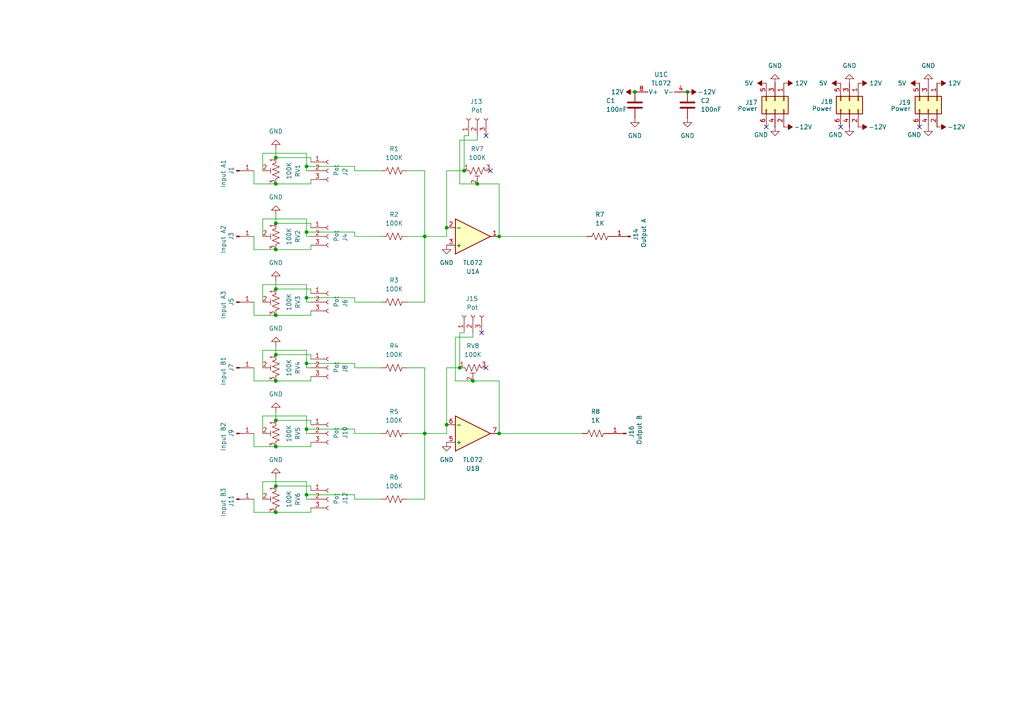
<source format=kicad_sch>
(kicad_sch (version 20250114) (generator "eeschema") (generator_version "9.0")
  (paper "A4")
  (lib_symbols
    (symbol "Amplifier_Operational:TL072" (pin_names (offset 0.127))
      (property "Reference" "U" (at 0 5.08 0))
      (property "Value" "TL072" (at 0 -5.08 0))
      (symbol "TL072_1_1"
        (polyline (pts (xy -5.08 5.08) (xy 5.08 0) (xy -5.08 -5.08) (xy -5.08 5.08)) (stroke (width 0.254)) (fill (type background)))
        (pin input line (at -7.62 2.54 0) (length 2.54) (name "+") (number "3"))
        (pin input line (at -7.62 -2.54 0) (length 2.54) (name "-") (number "2"))
        (pin output line (at 7.62 0 180) (length 2.54) (name "~") (number "1"))
      )
      (symbol "TL072_2_1"
        (polyline (pts (xy -5.08 5.08) (xy 5.08 0) (xy -5.08 -5.08) (xy -5.08 5.08)) (stroke (width 0.254)) (fill (type background)))
        (pin input line (at -7.62 2.54 0) (length 2.54) (name "+") (number "5"))
        (pin input line (at -7.62 -2.54 0) (length 2.54) (name "-") (number "6"))
        (pin output line (at 7.62 0 180) (length 2.54) (name "~") (number "7"))
      )
      (symbol "TL072_3_1"
        (pin power_in line (at -2.54 7.62 270) (length 3.81) (name "V+") (number "8"))
        (pin power_in line (at -2.54 -7.62 90) (length 3.81) (name "V-") (number "4"))
      )
    )
    (symbol "Connector:Conn_01x01_Pin" (pin_names (offset 1.016) (hide yes))
      (property "Reference" "J" (at 0 2.54 0))
      (property "Value" "Conn_01x01_Pin" (at 0 -2.54 0))
      (symbol "Conn_01x01_Pin_1_1"
        (rectangle (start 0.8636 0.127) (end 0 -0.127) (stroke (width 0.1524)) (fill (type outline)))
        (polyline (pts (xy 1.27 0) (xy 0.8636 0)) (stroke (width 0.1524)))
        (pin passive line (at 5.08 0 180) (length 3.81) (name "Pin_1") (number "1"))
      )
    )
    (symbol "Connector:Conn_01x03_Socket" (pin_names (offset 1.016) (hide yes))
      (property "Reference" "J" (at 0 5.08 0))
      (property "Value" "Conn_01x03_Socket" (at 0 -5.08 0))
      (symbol "Conn_01x03_Socket_1_1"
        (polyline (pts (xy -1.27 2.54) (xy -0.508 2.54)) (stroke (width 0.1524)))
        (polyline (pts (xy -1.27 0) (xy -0.508 0)) (stroke (width 0.1524)))
        (polyline (pts (xy -1.27 -2.54) (xy -0.508 -2.54)) (stroke (width 0.1524)))
        (arc (start 0 2.032) (mid -0.5058 2.54) (end 0 3.048) (stroke (width 0.1524)))
        (arc (start 0 -0.508) (mid -0.5058 0) (end 0 0.508) (stroke (width 0.1524)))
        (arc (start 0 -3.048) (mid -0.5058 -2.54) (end 0 -2.032) (stroke (width 0.1524)))
        (pin passive line (at -5.08 2.54 0) (length 3.81) (name "Pin_1") (number "1"))
        (pin passive line (at -5.08 0 0) (length 3.81) (name "Pin_2") (number "2"))
        (pin passive line (at -5.08 -2.54 0) (length 3.81) (name "Pin_3") (number "3"))
      )
    )
    (symbol "Connector_Generic:Conn_02x03_Odd_Even" (pin_names (offset 1.016) (hide yes))
      (property "Reference" "J" (at 1.27 5.08 0))
      (property "Value" "Conn_02x03_Odd_Even" (at 1.27 -5.08 0))
      (symbol "Conn_02x03_Odd_Even_1_1"
        (rectangle (start -1.27 3.81) (end 3.81 -3.81) (stroke (width 0.254)) (fill (type background)))
        (rectangle (start -1.27 2.667) (end 0 2.413) (stroke (width 0.1524)))
        (rectangle (start -1.27 0.127) (end 0 -0.127) (stroke (width 0.1524)))
        (rectangle (start -1.27 -2.413) (end 0 -2.667) (stroke (width 0.1524)))
        (rectangle (start 3.81 2.667) (end 2.54 2.413) (stroke (width 0.1524)))
        (rectangle (start 3.81 0.127) (end 2.54 -0.127) (stroke (width 0.1524)))
        (rectangle (start 3.81 -2.413) (end 2.54 -2.667) (stroke (width 0.1524)))
        (pin passive line (at -5.08 2.54 0) (length 3.81) (name "Pin_1") (number "1"))
        (pin passive line (at -5.08 0 0) (length 3.81) (name "Pin_3") (number "3"))
        (pin passive line (at -5.08 -2.54 0) (length 3.81) (name "Pin_5") (number "5"))
        (pin passive line (at 7.62 2.54 180) (length 3.81) (name "Pin_2") (number "2"))
        (pin passive line (at 7.62 0 180) (length 3.81) (name "Pin_4") (number "4"))
        (pin passive line (at 7.62 -2.54 180) (length 3.81) (name "Pin_6") (number "6"))
      )
    )
    (symbol "Device:C" (pin_numbers (hide yes)) (pin_names (offset 0.254))
      (property "Reference" "C" (at 0.635 2.54 0))
      (property "Value" "C" (at 0.635 -2.54 0))
      (symbol "C_0_1"
        (polyline (pts (xy -2.032 0.762) (xy 2.032 0.762)) (stroke (width 0.508)))
        (polyline (pts (xy -2.032 -0.762) (xy 2.032 -0.762)) (stroke (width 0.508)))
      )
      (symbol "C_1_1"
        (pin passive line (at 0 3.81 270) (length 2.794) (name "~") (number "1"))
        (pin passive line (at 0 -3.81 90) (length 2.794) (name "~") (number "2"))
      )
    )
    (symbol "Device:R_Potentiometer_Trim_US" (pin_names (offset 1.016) (hide yes))
      (property "Reference" "RV" (at -4.445 0 90))
      (property "Value" "R_Potentiometer_Trim_US" (at -2.54 0 90))
      (symbol "R_Potentiometer_Trim_US_0_1"
        (polyline (pts (xy 0 2.286) (xy 0 2.54)))
        (polyline (pts (xy 0 2.286) (xy 1.016 1.905) (xy 0 1.524) (xy -1.016 1.143) (xy 0 0.762)))
        (polyline (pts (xy 0 0.762) (xy 1.016 0.381) (xy 0 0) (xy -1.016 -0.381) (xy 0 -0.762)))
        (polyline (pts (xy 0 -0.762) (xy 1.016 -1.143) (xy 0 -1.524) (xy -1.016 -1.905) (xy 0 -2.286)))
        (polyline (pts (xy 0 -2.286) (xy 0 -2.54)))
        (polyline (pts (xy 1.524 0.762) (xy 1.524 -0.762)))
        (polyline (pts (xy 2.54 0) (xy 1.524 0)))
      )
      (symbol "R_Potentiometer_Trim_US_1_1"
        (pin passive line (at 0 3.81 270) (length 1.27) (name "1") (number "1"))
        (pin passive line (at 0 -3.81 90) (length 1.27) (name "3") (number "3"))
        (pin passive line (at 3.81 0 180) (length 1.27) (name "2") (number "2"))
      )
    )
    (symbol "Device:R_US" (pin_numbers (hide yes)) (pin_names (offset 0))
      (property "Reference" "R" (at 2.54 0 90))
      (property "Value" "R_US" (at -2.54 0 90))
      (symbol "R_US_0_1"
        (polyline (pts (xy 0 2.286) (xy 0 2.54)))
        (polyline (pts (xy 0 2.286) (xy 1.016 1.905) (xy 0 1.524) (xy -1.016 1.143) (xy 0 0.762)))
        (polyline (pts (xy 0 0.762) (xy 1.016 0.381) (xy 0 0) (xy -1.016 -0.381) (xy 0 -0.762)))
        (polyline (pts (xy 0 -0.762) (xy 1.016 -1.143) (xy 0 -1.524) (xy -1.016 -1.905) (xy 0 -2.286)))
        (polyline (pts (xy 0 -2.286) (xy 0 -2.54)))
      )
      (symbol "R_US_1_1"
        (pin passive line (at 0 3.81 270) (length 1.27) (name "~") (number "1"))
        (pin passive line (at 0 -3.81 90) (length 1.27) (name "~") (number "2"))
      )
    )
    (symbol "power:-12V" (power) (pin_numbers (hide yes)) (pin_names (offset 0) (hide yes))
      (property "Value" "-12V" (at 0 3.556 0))
      (symbol "-12V_0_0"
        (pin power_in line (at 0 0 90) (length 0) (name "~") (number "1"))
      )
      (symbol "-12V_0_1"
        (polyline (pts (xy 0 0) (xy 0 1.27) (xy 0.762 1.27) (xy 0 2.54) (xy -0.762 1.27) (xy 0 1.27)) (fill (type outline)))
      )
    )
    (symbol "power:GND" (power) (pin_numbers (hide yes)) (pin_names (offset 0) (hide yes))
      (property "Value" "GND" (at 0 -3.81 0))
      (symbol "GND_0_1"
        (polyline (pts (xy 0 0) (xy 0 -1.27) (xy 1.27 -1.27) (xy 0 -2.54) (xy -1.27 -1.27) (xy 0 -1.27)))
      )
      (symbol "GND_1_1"
        (pin power_in line (at 0 0 270) (length 0) (name "~") (number "1"))
      )
    )
  )
  (junction (at 123.19 68.58))
  (junction (at 199.39 26.67))
  (junction (at 129.54 123.19))
  (junction (at 80.01 110.49))
  (junction (at 134.62 49.53))
  (junction (at 144.78 125.73))
  (junction (at 133.35 106.68))
  (junction (at 88.9 67.31))
  (junction (at 80.01 64.77))
  (junction (at 80.01 45.72))
  (junction (at 184.15 26.67))
  (junction (at 129.54 66.04))
  (junction (at 88.9 124.46))
  (junction (at 80.01 83.82))
  (junction (at 80.01 121.92))
  (junction (at 80.01 91.44))
  (junction (at 80.01 53.34))
  (junction (at 80.01 102.87))
  (junction (at 137.16 110.49))
  (junction (at 80.01 148.59))
  (junction (at 80.01 140.97))
  (junction (at 80.01 72.39))
  (junction (at 88.9 105.41))
  (junction (at 123.19 125.73))
  (junction (at 138.43 53.34))
  (junction (at 88.9 48.26))
  (junction (at 88.9 86.36))
  (junction (at 88.9 143.51))
  (junction (at 80.01 129.54))
  (junction (at 144.78 68.58))
  (no_connect (at 140.97 39.37))
  (no_connect (at 139.7 96.52))
  (no_connect (at 140.97 106.68))
  (no_connect (at 266.7 36.83))
  (no_connect (at 222.25 36.83))
  (no_connect (at 142.24 49.53))
  (no_connect (at 243.84 36.83))
  (wire (pts (xy 129.54 125.73) (xy 129.54 123.19)))
  (wire (pts (xy 102.87 68.58) (xy 110.49 68.58)))
  (wire (pts (xy 73.66 125.73) (xy 73.66 129.54)))
  (wire (pts (xy 80.01 83.82) (xy 90.17 83.82)))
  (wire (pts (xy 144.78 110.49) (xy 144.78 125.73)))
  (wire (pts (xy 90.17 129.54) (xy 90.17 128.27)))
  (wire (pts (xy 129.54 49.53) (xy 129.54 66.04)))
  (wire (pts (xy 102.87 106.68) (xy 102.87 105.41)))
  (wire (pts (xy 80.01 121.92) (xy 90.17 121.92)))
  (wire (pts (xy 90.17 91.44) (xy 90.17 90.17)))
  (wire (pts (xy 73.66 129.54) (xy 80.01 129.54)))
  (wire (pts (xy 118.11 106.68) (xy 123.19 106.68)))
  (wire (pts (xy 76.2 82.55) (xy 88.9 82.55)))
  (wire (pts (xy 76.2 106.68) (xy 76.2 101.6)))
  (wire (pts (xy 88.9 120.65) (xy 88.9 124.46)))
  (wire (pts (xy 123.19 106.68) (xy 123.19 125.73)))
  (wire (pts (xy 73.66 106.68) (xy 73.66 110.49)))
  (wire (pts (xy 88.9 68.58) (xy 90.17 68.58)))
  (wire (pts (xy 88.9 67.31) (xy 88.9 68.58)))
  (wire (pts (xy 138.43 53.34) (xy 133.35 53.34)))
  (wire (pts (xy 88.9 82.55) (xy 88.9 86.36)))
  (wire (pts (xy 102.87 106.68) (xy 110.49 106.68)))
  (wire (pts (xy 102.87 125.73) (xy 110.49 125.73)))
  (wire (pts (xy 123.19 68.58) (xy 129.54 68.58)))
  (wire (pts (xy 80.01 129.54) (xy 90.17 129.54)))
  (wire (pts (xy 90.17 121.92) (xy 90.17 123.19)))
  (wire (pts (xy 76.2 63.5) (xy 88.9 63.5)))
  (wire (pts (xy 134.62 39.37) (xy 135.89 39.37)))
  (wire (pts (xy 123.19 87.63) (xy 123.19 68.58)))
  (wire (pts (xy 90.17 83.82) (xy 90.17 85.09)))
  (wire (pts (xy 80.01 72.39) (xy 90.17 72.39)))
  (wire (pts (xy 80.01 140.97) (xy 90.17 140.97)))
  (wire (pts (xy 144.78 53.34) (xy 138.43 53.34)))
  (wire (pts (xy 123.19 144.78) (xy 123.19 125.73)))
  (wire (pts (xy 76.2 144.78) (xy 76.2 139.7)))
  (wire (pts (xy 102.87 86.36) (xy 88.9 86.36)))
  (wire (pts (xy 102.87 87.63) (xy 102.87 86.36)))
  (wire (pts (xy 88.9 101.6) (xy 88.9 105.41)))
  (wire (pts (xy 90.17 64.77) (xy 90.17 66.04)))
  (wire (pts (xy 133.35 106.68) (xy 133.35 96.52)))
  (wire (pts (xy 133.35 96.52) (xy 134.62 96.52)))
  (wire (pts (xy 73.66 68.58) (xy 73.66 72.39)))
  (wire (pts (xy 88.9 124.46) (xy 88.9 125.73)))
  (wire (pts (xy 102.87 125.73) (xy 102.87 124.46)))
  (wire (pts (xy 118.11 49.53) (xy 123.19 49.53)))
  (wire (pts (xy 90.17 140.97) (xy 90.17 142.24)))
  (wire (pts (xy 73.66 144.78) (xy 73.66 148.59)))
  (wire (pts (xy 80.01 45.72) (xy 90.17 45.72)))
  (wire (pts (xy 133.35 53.34) (xy 133.35 40.64)))
  (wire (pts (xy 144.78 68.58) (xy 144.78 53.34)))
  (wire (pts (xy 76.2 44.45) (xy 88.9 44.45)))
  (wire (pts (xy 88.9 139.7) (xy 88.9 143.51)))
  (wire (pts (xy 132.08 97.79) (xy 137.16 97.79)))
  (wire (pts (xy 90.17 72.39) (xy 90.17 71.12)))
  (wire (pts (xy 90.17 110.49) (xy 90.17 109.22)))
  (wire (pts (xy 76.2 87.63) (xy 76.2 82.55)))
  (wire (pts (xy 102.87 143.51) (xy 88.9 143.51)))
  (wire (pts (xy 80.01 119.38) (xy 80.01 121.92)))
  (wire (pts (xy 73.66 87.63) (xy 73.66 91.44)))
  (wire (pts (xy 137.16 97.79) (xy 137.16 96.52)))
  (wire (pts (xy 88.9 105.41) (xy 88.9 106.68)))
  (wire (pts (xy 102.87 68.58) (xy 102.87 67.31)))
  (wire (pts (xy 88.9 87.63) (xy 90.17 87.63)))
  (wire (pts (xy 80.01 53.34) (xy 90.17 53.34)))
  (wire (pts (xy 102.87 144.78) (xy 102.87 143.51)))
  (wire (pts (xy 129.54 49.53) (xy 134.62 49.53)))
  (wire (pts (xy 73.66 72.39) (xy 80.01 72.39)))
  (wire (pts (xy 80.01 91.44) (xy 90.17 91.44)))
  (wire (pts (xy 123.19 125.73) (xy 129.54 125.73)))
  (wire (pts (xy 88.9 143.51) (xy 88.9 144.78)))
  (wire (pts (xy 80.01 81.28) (xy 80.01 83.82)))
  (wire (pts (xy 118.11 144.78) (xy 123.19 144.78)))
  (wire (pts (xy 88.9 48.26) (xy 88.9 49.53)))
  (wire (pts (xy 90.17 148.59) (xy 90.17 147.32)))
  (wire (pts (xy 73.66 49.53) (xy 73.66 53.34)))
  (wire (pts (xy 102.87 67.31) (xy 88.9 67.31)))
  (wire (pts (xy 80.01 138.43) (xy 80.01 140.97)))
  (wire (pts (xy 80.01 148.59) (xy 90.17 148.59)))
  (wire (pts (xy 102.87 124.46) (xy 88.9 124.46)))
  (wire (pts (xy 144.78 125.73) (xy 168.91 125.73)))
  (wire (pts (xy 76.2 101.6) (xy 88.9 101.6)))
  (wire (pts (xy 73.66 53.34) (xy 80.01 53.34)))
  (wire (pts (xy 138.43 40.64) (xy 138.43 39.37)))
  (wire (pts (xy 90.17 102.87) (xy 90.17 104.14)))
  (wire (pts (xy 129.54 68.58) (xy 129.54 66.04)))
  (wire (pts (xy 90.17 45.72) (xy 90.17 46.99)))
  (wire (pts (xy 80.01 110.49) (xy 90.17 110.49)))
  (wire (pts (xy 80.01 62.23) (xy 80.01 64.77)))
  (wire (pts (xy 102.87 48.26) (xy 88.9 48.26)))
  (wire (pts (xy 102.87 49.53) (xy 102.87 48.26)))
  (wire (pts (xy 76.2 125.73) (xy 76.2 120.65)))
  (wire (pts (xy 80.01 43.18) (xy 80.01 45.72)))
  (wire (pts (xy 102.87 49.53) (xy 110.49 49.53)))
  (wire (pts (xy 132.08 97.79) (xy 132.08 110.49)))
  (wire (pts (xy 129.54 106.68) (xy 133.35 106.68)))
  (wire (pts (xy 102.87 144.78) (xy 110.49 144.78)))
  (wire (pts (xy 118.11 87.63) (xy 123.19 87.63)))
  (wire (pts (xy 88.9 49.53) (xy 90.17 49.53)))
  (wire (pts (xy 132.08 110.49) (xy 137.16 110.49)))
  (wire (pts (xy 80.01 100.33) (xy 80.01 102.87)))
  (wire (pts (xy 88.9 125.73) (xy 90.17 125.73)))
  (wire (pts (xy 123.19 49.53) (xy 123.19 68.58)))
  (wire (pts (xy 88.9 63.5) (xy 88.9 67.31)))
  (wire (pts (xy 118.11 68.58) (xy 123.19 68.58)))
  (wire (pts (xy 88.9 44.45) (xy 88.9 48.26)))
  (wire (pts (xy 118.11 125.73) (xy 123.19 125.73)))
  (wire (pts (xy 144.78 68.58) (xy 170.18 68.58)))
  (wire (pts (xy 88.9 86.36) (xy 88.9 87.63)))
  (wire (pts (xy 134.62 49.53) (xy 134.62 39.37)))
  (wire (pts (xy 133.35 40.64) (xy 138.43 40.64)))
  (wire (pts (xy 76.2 120.65) (xy 88.9 120.65)))
  (wire (pts (xy 88.9 144.78) (xy 90.17 144.78)))
  (wire (pts (xy 73.66 91.44) (xy 80.01 91.44)))
  (wire (pts (xy 76.2 68.58) (xy 76.2 63.5)))
  (wire (pts (xy 137.16 110.49) (xy 144.78 110.49)))
  (wire (pts (xy 90.17 53.34) (xy 90.17 52.07)))
  (wire (pts (xy 76.2 49.53) (xy 76.2 44.45)))
  (wire (pts (xy 76.2 139.7) (xy 88.9 139.7)))
  (wire (pts (xy 102.87 105.41) (xy 88.9 105.41)))
  (wire (pts (xy 102.87 87.63) (xy 110.49 87.63)))
  (wire (pts (xy 80.01 102.87) (xy 90.17 102.87)))
  (wire (pts (xy 80.01 64.77) (xy 90.17 64.77)))
  (wire (pts (xy 129.54 106.68) (xy 129.54 123.19)))
  (wire (pts (xy 73.66 148.59) (xy 80.01 148.59)))
  (wire (pts (xy 73.66 110.49) (xy 80.01 110.49)))
  (wire (pts (xy 88.9 106.68) (xy 90.17 106.68)))
  (symbol (lib_id "power:GND") (at 224.79 36.83 0) (mirror y) (unit 1)
    (property "Reference" "#PWR017" (effects (hide yes)))
    (property "Value" "GND" (at 220.726 39.116 0))
    (property "Description" "Power symbol creates a global label with name \"GND\" , ground" (effects (hide yes)))
  )
  (symbol (lib_id "Connector:Conn_01x03_Socket") (at 95.25 49.53 0) (unit 1)
    (property "Reference" "J2" (at 100.076 51.054 90) (effects (justify left)))
    (property "Value" "Pot" (at 97.536 51.054 90) (effects (justify left)))
    (property "Footprint" "modular2:pot" (effects (hide yes)))
    (property "Description" "Generic connector, single row, 01x03, script generated" (effects (hide yes)))
  )
  (symbol (lib_id "Connector_Generic:Conn_02x03_Odd_Even") (at 246.38 29.21 270) (unit 1)
    (property "Reference" "J18" (at 237.998 29.464 90) (effects (justify left)))
    (property "Value" "Power" (at 235.458 31.496 90) (effects (justify left)))
    (property "Footprint" "Connector_IDC:IDC-Header_2x03_P2.54mm_Vertical" (effects (hide yes)))
    (property "Description" "Generic connector, double row, 02x03, odd/even pin numbering scheme (row 1 odd numbers, row 2 even numbers), script generated (kicad-library-utils/schlib/autogen/connector/)" (effects (hide yes)))
  )
  (symbol (lib_id "power:-12V") (at 227.33 24.13 270) (mirror x) (unit 1)
    (property "Reference" "#PWR018" (effects (hide yes)))
    (property "Value" "12V" (at 232.41 24.13 90))
    (property "Description" "Power symbol creates a global label with name \"-12V\"" (effects (hide yes)))
  )
  (symbol (lib_id "Device:R_Potentiometer_Trim_US") (at 80.01 49.53 0) (mirror y) (unit 1)
    (property "Reference" "RV1" (at 86.36 49.53 90))
    (property "Value" "100K" (at 83.82 49.53 90))
    (property "Footprint" "modular2:pot-socket" (effects (hide yes)))
    (property "Description" "Trim-potentiometer, US symbol" (effects (hide yes)))
  )
  (symbol (lib_id "power:GND") (at 269.24 24.13 0) (mirror x) (unit 1)
    (property "Reference" "#PWR028" (effects (hide yes)))
    (property "Value" "GND" (at 269.24 19.05 0))
    (property "Description" "Power symbol creates a global label with name \"GND\" , ground" (effects (hide yes)))
  )
  (symbol (lib_id "Device:R_US") (at 114.3 68.58 90) (unit 1)
    (property "Reference" "R2" (at 114.3 62.23 90))
    (property "Value" "100K" (at 114.3 64.77 90))
    (property "Footprint" "Resistor_THT:R_Axial_DIN0207_L6.3mm_D2.5mm_P10.16mm_Horizontal" (effects (hide yes)))
    (property "Description" "Resistor, US symbol" (effects (hide yes)))
  )
  (symbol (lib_id "power:GND") (at 80.01 119.38 180) (unit 1)
    (property "Reference" "#PWR05" (effects (hide yes)))
    (property "Value" "GND" (at 80.01 114.3 0))
    (property "Description" "Power symbol creates a global label with name \"GND\" , ground" (effects (hide yes)))
  )
  (symbol (lib_id "power:-12V") (at 271.78 36.83 270) (unit 1)
    (property "Reference" "#PWR031" (effects (hide yes)))
    (property "Value" "-12V" (at 277.368 36.83 90))
    (property "Description" "Power symbol creates a global label with name \"-12V\"" (effects (hide yes)))
  )
  (symbol (lib_id "power:GND") (at 80.01 100.33 180) (unit 1)
    (property "Reference" "#PWR04" (effects (hide yes)))
    (property "Value" "GND" (at 80.01 95.25 0))
    (property "Description" "Power symbol creates a global label with name \"GND\" , ground" (effects (hide yes)))
  )
  (symbol (lib_id "power:GND") (at 129.54 71.12 0) (unit 1)
    (property "Reference" "#PWR07" (effects (hide yes)))
    (property "Value" "GND" (at 129.54 76.2 0))
    (property "Description" "Power symbol creates a global label with name \"GND\" , ground" (effects (hide yes)))
  )
  (symbol (lib_id "Device:R_Potentiometer_Trim_US") (at 80.01 68.58 0) (mirror y) (unit 1)
    (property "Reference" "RV2" (at 86.36 68.58 90))
    (property "Value" "100K" (at 83.82 68.58 90))
    (property "Footprint" "modular2:pot-socket" (effects (hide yes)))
    (property "Description" "Trim-potentiometer, US symbol" (effects (hide yes)))
  )
  (symbol (lib_id "Device:R_US") (at 114.3 49.53 90) (unit 1)
    (property "Reference" "R1" (at 114.3 43.18 90))
    (property "Value" "100K" (at 114.3 45.72 90))
    (property "Footprint" "Resistor_THT:R_Axial_DIN0207_L6.3mm_D2.5mm_P10.16mm_Horizontal" (effects (hide yes)))
    (property "Description" "Resistor, US symbol" (effects (hide yes)))
  )
  (symbol (lib_id "Device:C") (at 184.15 30.48 180) (unit 1)
    (property "Reference" "C1" (at 175.768 29.21 0) (effects (justify right)))
    (property "Value" "100nF" (at 175.768 31.75 0) (effects (justify right)))
    (property "Footprint" "Capacitor_THT:C_Disc_D4.3mm_W1.9mm_P5.00mm" (effects (hide yes)))
    (property "Description" "Unpolarized capacitor" (effects (hide yes)))
  )
  (symbol (lib_id "power:GND") (at 129.54 128.27 0) (unit 1)
    (property "Reference" "#PWR08" (effects (hide yes)))
    (property "Value" "GND" (at 129.54 133.35 0))
    (property "Description" "Power symbol creates a global label with name \"GND\" , ground" (effects (hide yes)))
  )
  (symbol (lib_id "Connector:Conn_01x01_Pin") (at 68.58 87.63 0) (unit 1)
    (property "Reference" "J5" (at 67.056 86.36 90) (effects (justify right)))
    (property "Value" "Input A3" (at 64.77 84.328 90) (effects (justify right)))
    (property "Footprint" "modular2:banana-jack" (effects (hide yes)))
    (property "Description" "Generic connector, single row, 01x01, script generated" (effects (hide yes)))
  )
  (symbol (lib_id "Connector:Conn_01x01_Pin") (at 68.58 106.68 0) (unit 1)
    (property "Reference" "J7" (at 67.056 105.41 90) (effects (justify right)))
    (property "Value" "Input B1" (at 64.77 103.378 90) (effects (justify right)))
    (property "Footprint" "modular2:banana-jack" (effects (hide yes)))
    (property "Description" "Generic connector, single row, 01x01, script generated" (effects (hide yes)))
  )
  (symbol (lib_id "Connector:Conn_01x01_Pin") (at 68.58 125.73 0) (unit 1)
    (property "Reference" "J9" (at 67.056 124.46 90) (effects (justify right)))
    (property "Value" "Input B2" (at 64.77 122.428 90) (effects (justify right)))
    (property "Footprint" "modular2:banana-jack" (effects (hide yes)))
    (property "Description" "Generic connector, single row, 01x01, script generated" (effects (hide yes)))
  )
  (symbol (lib_id "Connector:Conn_01x01_Pin") (at 68.58 68.58 0) (unit 1)
    (property "Reference" "J3" (at 67.056 67.31 90) (effects (justify right)))
    (property "Value" "Input A2" (at 64.77 65.278 90) (effects (justify right)))
    (property "Footprint" "modular2:banana-jack" (effects (hide yes)))
    (property "Description" "Generic connector, single row, 01x01, script generated" (effects (hide yes)))
  )
  (symbol (lib_id "Connector:Conn_01x03_Socket") (at 95.25 144.78 0) (unit 1)
    (property "Reference" "J12" (at 100.076 146.304 90) (effects (justify left)))
    (property "Value" "Pot" (at 97.536 146.304 90) (effects (justify left)))
    (property "Footprint" "modular2:pot" (effects (hide yes)))
    (property "Description" "Generic connector, single row, 01x03, script generated" (effects (hide yes)))
  )
  (symbol (lib_id "Device:R_US") (at 114.3 87.63 90) (unit 1)
    (property "Reference" "R3" (at 114.3 81.28 90))
    (property "Value" "100K" (at 114.3 83.82 90))
    (property "Footprint" "Resistor_THT:R_Axial_DIN0207_L6.3mm_D2.5mm_P10.16mm_Horizontal" (effects (hide yes)))
    (property "Description" "Resistor, US symbol" (effects (hide yes)))
  )
  (symbol (lib_id "Connector:Conn_01x01_Pin") (at 68.58 144.78 0) (unit 1)
    (property "Reference" "J11" (at 67.056 143.51 90) (effects (justify right)))
    (property "Value" "Input B3" (at 64.77 141.478 90) (effects (justify right)))
    (property "Footprint" "modular2:banana-jack" (effects (hide yes)))
    (property "Description" "Generic connector, single row, 01x01, script generated" (effects (hide yes)))
  )
  (symbol (lib_id "Connector:Conn_01x03_Socket") (at 137.16 91.44 90) (unit 1)
    (property "Reference" "J15" (at 138.684 86.614 90) (effects (justify left)))
    (property "Value" "Pot" (at 138.684 89.154 90) (effects (justify left)))
    (property "Footprint" "modular2:pot" (effects (hide yes)))
    (property "Description" "Generic connector, single row, 01x03, script generated" (effects (hide yes)))
  )
  (symbol (lib_id "Connector:Conn_01x01_Pin") (at 68.58 49.53 0) (unit 1)
    (property "Reference" "J1" (at 67.056 48.26 90) (effects (justify right)))
    (property "Value" "Input A1" (at 64.77 46.228 90) (effects (justify right)))
    (property "Footprint" "modular2:banana-jack" (effects (hide yes)))
    (property "Description" "Generic connector, single row, 01x01, script generated" (effects (hide yes)))
  )
  (symbol (lib_id "power:GND") (at 80.01 81.28 180) (unit 1)
    (property "Reference" "#PWR03" (effects (hide yes)))
    (property "Value" "GND" (at 80.01 76.2 0))
    (property "Description" "Power symbol creates a global label with name \"GND\" , ground" (effects (hide yes)))
  )
  (symbol (lib_id "power:GND") (at 80.01 138.43 180) (unit 1)
    (property "Reference" "#PWR06" (effects (hide yes)))
    (property "Value" "GND" (at 80.01 133.35 0))
    (property "Description" "Power symbol creates a global label with name \"GND\" , ground" (effects (hide yes)))
  )
  (symbol (lib_id "power:GND") (at 80.01 43.18 180) (unit 1)
    (property "Reference" "#PWR01" (effects (hide yes)))
    (property "Value" "GND" (at 80.01 38.1 0))
    (property "Description" "Power symbol creates a global label with name \"GND\" , ground" (effects (hide yes)))
  )
  (symbol (lib_id "Device:R_US") (at 173.99 68.58 90) (unit 1)
    (property "Reference" "R7" (at 173.99 62.23 90))
    (property "Value" "1K" (at 173.99 64.77 90))
    (property "Footprint" "Resistor_THT:R_Axial_DIN0207_L6.3mm_D2.5mm_P10.16mm_Horizontal" (effects (hide yes)))
    (property "Description" "Resistor, US symbol" (effects (hide yes)))
  )
  (symbol (lib_id "Connector:Conn_01x03_Socket") (at 95.25 87.63 0) (unit 1)
    (property "Reference" "J6" (at 100.076 89.154 90) (effects (justify left)))
    (property "Value" "Pot" (at 97.536 89.154 90) (effects (justify left)))
    (property "Footprint" "modular2:pot" (effects (hide yes)))
    (property "Description" "Generic connector, single row, 01x03, script generated" (effects (hide yes)))
  )
  (symbol (lib_id "Amplifier_Operational:TL072") (at 137.16 125.73 0) (mirror x) (unit 2)
    (property "Reference" "U1" (at 137.16 135.89 0))
    (property "Value" "TL072" (at 137.16 133.35 0))
    (property "Footprint" "Package_DIP:DIP-8_W7.62mm_Socket" (effects (hide yes)))
    (property "Datasheet" "http://www.ti.com/lit/ds/symlink/tl071.pdf" (effects (hide yes)))
    (property "Description" "Dual Low-Noise JFET-Input Operational Amplifiers, DIP-8/SOIC-8" (effects (hide yes)))
  )
  (symbol (lib_id "power:GND") (at 246.38 36.83 0) (mirror y) (unit 1)
    (property "Reference" "#PWR024" (effects (hide yes)))
    (property "Value" "GND" (at 242.316 39.116 0))
    (property "Description" "Power symbol creates a global label with name \"GND\" , ground" (effects (hide yes)))
  )
  (symbol (lib_id "Connector_Generic:Conn_02x03_Odd_Even") (at 224.79 29.21 270) (unit 1)
    (property "Reference" "J17" (at 216.154 29.718 90) (effects (justify left)))
    (property "Value" "Power" (at 213.868 31.496 90) (effects (justify left)))
    (property "Footprint" "Connector_IDC:IDC-Header_2x03_P2.54mm_Vertical" (effects (hide yes)))
    (property "Description" "Generic connector, double row, 02x03, odd/even pin numbering scheme (row 1 odd numbers, row 2 even numbers), script generated (kicad-library-utils/schlib/autogen/connector/)" (effects (hide yes)))
  )
  (symbol (lib_id "power:-12V") (at 222.25 24.13 90) (mirror x) (unit 1)
    (property "Reference" "#PWR015" (effects (hide yes)))
    (property "Value" "5V" (at 217.17 24.13 90))
    (property "Description" "Power symbol creates a global label with name \"-12V\"" (effects (hide yes)))
  )
  (symbol (lib_id "Device:R_Potentiometer_Trim_US") (at 80.01 87.63 0) (mirror y) (unit 1)
    (property "Reference" "RV3" (at 86.36 87.63 90))
    (property "Value" "100K" (at 83.82 87.63 90))
    (property "Footprint" "modular2:pot-socket" (effects (hide yes)))
    (property "Description" "Trim-potentiometer, US symbol" (effects (hide yes)))
  )
  (symbol (lib_id "power:-12V") (at 199.39 26.67 270) (unit 1)
    (property "Reference" "#PWR013" (effects (hide yes)))
    (property "Value" "-12V" (at 204.978 26.67 90))
    (property "Description" "Power symbol creates a global label with name \"-12V\"" (effects (hide yes)))
  )
  (symbol (lib_id "Device:R_Potentiometer_Trim_US") (at 137.16 106.68 90) (mirror x) (unit 1)
    (property "Reference" "RV8" (at 137.16 100.33 90))
    (property "Value" "100K" (at 137.16 102.87 90))
    (property "Footprint" "modular2:pot-socket" (effects (hide yes)))
    (property "Description" "Trim-potentiometer, US symbol" (effects (hide yes)))
  )
  (symbol (lib_id "Device:R_Potentiometer_Trim_US") (at 138.43 49.53 90) (mirror x) (unit 1)
    (property "Reference" "RV7" (at 138.43 43.18 90))
    (property "Value" "100K" (at 138.43 45.72 90))
    (property "Footprint" "modular2:pot-socket" (effects (hide yes)))
    (property "Description" "Trim-potentiometer, US symbol" (effects (hide yes)))
  )
  (symbol (lib_id "power:GND") (at 184.15 34.29 0) (mirror y) (unit 1)
    (property "Reference" "#PWR014" (effects (hide yes)))
    (property "Value" "GND" (at 184.15 39.37 0))
    (property "Description" "Power symbol creates a global label with name \"GND\" , ground" (effects (hide yes)))
  )
  (symbol (lib_id "Device:R_US") (at 114.3 106.68 90) (unit 1)
    (property "Reference" "R4" (at 114.3 100.33 90))
    (property "Value" "100K" (at 114.3 102.87 90))
    (property "Footprint" "Resistor_THT:R_Axial_DIN0207_L6.3mm_D2.5mm_P10.16mm_Horizontal" (effects (hide yes)))
    (property "Description" "Resistor, US symbol" (effects (hide yes)))
  )
  (symbol (lib_id "power:-12V") (at 248.92 36.83 270) (unit 1)
    (property "Reference" "#PWR027" (effects (hide yes)))
    (property "Value" "-12V" (at 254.508 36.83 90))
    (property "Description" "Power symbol creates a global label with name \"-12V\"" (effects (hide yes)))
  )
  (symbol (lib_id "Amplifier_Operational:TL072") (at 137.16 68.58 0) (mirror x) (unit 1)
    (property "Reference" "U1" (at 137.16 78.74 0))
    (property "Value" "TL072" (at 137.16 76.2 0))
    (property "Footprint" "Package_DIP:DIP-8_W7.62mm_Socket" (effects (hide yes)))
    (property "Datasheet" "http://www.ti.com/lit/ds/symlink/tl071.pdf" (effects (hide yes)))
    (property "Description" "Dual Low-Noise JFET-Input Operational Amplifiers, DIP-8/SOIC-8" (effects (hide yes)))
  )
  (symbol (lib_id "power:-12V") (at 271.78 24.13 270) (mirror x) (unit 1)
    (property "Reference" "#PWR030" (effects (hide yes)))
    (property "Value" "12V" (at 276.86 24.13 90))
    (property "Description" "Power symbol creates a global label with name \"-12V\"" (effects (hide yes)))
  )
  (symbol (lib_id "Connector:Conn_01x03_Socket") (at 95.25 125.73 0) (unit 1)
    (property "Reference" "J10" (at 100.076 127.254 90) (effects (justify left)))
    (property "Value" "Pot" (at 97.536 127.254 90) (effects (justify left)))
    (property "Footprint" "modular2:pot" (effects (hide yes)))
    (property "Description" "Generic connector, single row, 01x03, script generated" (effects (hide yes)))
  )
  (symbol (lib_id "power:-12V") (at 266.7 24.13 90) (mirror x) (unit 1)
    (property "Reference" "#PWR011" (effects (hide yes)))
    (property "Value" "5V" (at 261.62 24.13 90))
    (property "Description" "Power symbol creates a global label with name \"-12V\"" (effects (hide yes)))
  )
  (symbol (lib_id "Amplifier_Operational:TL072") (at 191.77 24.13 90) (unit 3)
    (property "Reference" "U1" (at 191.77 21.59 90))
    (property "Value" "TL072" (at 191.77 24.13 90))
    (property "Footprint" "Package_DIP:DIP-8_W7.62mm_Socket" (effects (hide yes)))
    (property "Datasheet" "http://www.ti.com/lit/ds/symlink/tl071.pdf" (effects (hide yes)))
    (property "Description" "Dual Low-Noise JFET-Input Operational Amplifiers, DIP-8/SOIC-8" (effects (hide yes)))
  )
  (symbol (lib_id "Device:R_US") (at 114.3 125.73 90) (unit 1)
    (property "Reference" "R5" (at 114.3 119.38 90))
    (property "Value" "100K" (at 114.3 121.92 90))
    (property "Footprint" "Resistor_THT:R_Axial_DIN0207_L6.3mm_D2.5mm_P10.16mm_Horizontal" (effects (hide yes)))
    (property "Description" "Resistor, US symbol" (effects (hide yes)))
  )
  (symbol (lib_id "power:GND") (at 80.01 62.23 180) (unit 1)
    (property "Reference" "#PWR02" (effects (hide yes)))
    (property "Value" "GND" (at 80.01 57.15 0))
    (property "Description" "Power symbol creates a global label with name \"GND\" , ground" (effects (hide yes)))
  )
  (symbol (lib_id "Connector:Conn_01x03_Socket") (at 95.25 106.68 0) (unit 1)
    (property "Reference" "J8" (at 100.076 108.204 90) (effects (justify left)))
    (property "Value" "Pot" (at 97.536 108.204 90) (effects (justify left)))
    (property "Footprint" "modular2:pot" (effects (hide yes)))
    (property "Description" "Generic connector, single row, 01x03, script generated" (effects (hide yes)))
  )
  (symbol (lib_id "Connector:Conn_01x03_Socket") (at 138.43 34.29 90) (unit 1)
    (property "Reference" "J13" (at 139.954 29.464 90) (effects (justify left)))
    (property "Value" "Pot" (at 139.954 32.004 90) (effects (justify left)))
    (property "Footprint" "modular2:pot" (effects (hide yes)))
    (property "Description" "Generic connector, single row, 01x03, script generated" (effects (hide yes)))
  )
  (symbol (lib_id "power:GND") (at 269.24 36.83 0) (mirror y) (unit 1)
    (property "Reference" "#PWR029" (effects (hide yes)))
    (property "Value" "GND" (at 265.176 39.116 0))
    (property "Description" "Power symbol creates a global label with name \"GND\" , ground" (effects (hide yes)))
  )
  (symbol (lib_id "power:GND") (at 199.39 34.29 0) (mirror y) (unit 1)
    (property "Reference" "#PWR09" (effects (hide yes)))
    (property "Value" "GND" (at 199.39 39.37 0))
    (property "Description" "Power symbol creates a global label with name \"GND\" , ground" (effects (hide yes)))
  )
  (symbol (lib_id "Device:R_US") (at 114.3 144.78 90) (unit 1)
    (property "Reference" "R6" (at 114.3 138.43 90))
    (property "Value" "100K" (at 114.3 140.97 90))
    (property "Footprint" "Resistor_THT:R_Axial_DIN0207_L6.3mm_D2.5mm_P10.16mm_Horizontal" (effects (hide yes)))
    (property "Description" "Resistor, US symbol" (effects (hide yes)))
  )
  (symbol (lib_id "Connector:Conn_01x01_Pin") (at 181.61 125.73 180) (unit 1)
    (property "Reference" "J16" (at 183.134 127 90) (effects (justify right)))
    (property "Value" "Output B" (at 185.42 129.032 90) (effects (justify right)))
    (property "Footprint" "modular2:banana-jack" (effects (hide yes)))
    (property "Description" "Generic connector, single row, 01x01, script generated" (effects (hide yes)))
  )
  (symbol (lib_id "Device:R_Potentiometer_Trim_US") (at 80.01 106.68 0) (mirror y) (unit 1)
    (property "Reference" "RV4" (at 86.36 106.68 90))
    (property "Value" "100K" (at 83.82 106.68 90))
    (property "Footprint" "modular2:pot-socket" (effects (hide yes)))
    (property "Description" "Trim-potentiometer, US symbol" (effects (hide yes)))
  )
  (symbol (lib_id "Connector_Generic:Conn_02x03_Odd_Even") (at 269.24 29.21 270) (unit 1)
    (property "Reference" "J19" (at 260.604 29.718 90) (effects (justify left)))
    (property "Value" "Power" (at 258.318 31.496 90) (effects (justify left)))
    (property "Footprint" "Connector_IDC:IDC-Header_2x03_P2.54mm_Vertical" (effects (hide yes)))
    (property "Description" "Generic connector, double row, 02x03, odd/even pin numbering scheme (row 1 odd numbers, row 2 even numbers), script generated (kicad-library-utils/schlib/autogen/connector/)" (effects (hide yes)))
  )
  (symbol (lib_id "Device:R_Potentiometer_Trim_US") (at 80.01 144.78 0) (mirror y) (unit 1)
    (property "Reference" "RV6" (at 86.36 144.78 90))
    (property "Value" "100K" (at 83.82 144.78 90))
    (property "Footprint" "modular2:pot-socket" (effects (hide yes)))
    (property "Description" "Trim-potentiometer, US symbol" (effects (hide yes)))
  )
  (symbol (lib_id "power:-12V") (at 243.84 24.13 90) (mirror x) (unit 1)
    (property "Reference" "#PWR010" (effects (hide yes)))
    (property "Value" "5V" (at 238.76 24.13 90))
    (property "Description" "Power symbol creates a global label with name \"-12V\"" (effects (hide yes)))
  )
  (symbol (lib_id "Connector:Conn_01x03_Socket") (at 95.25 68.58 0) (unit 1)
    (property "Reference" "J4" (at 100.076 70.104 90) (effects (justify left)))
    (property "Value" "Pot" (at 97.536 70.104 90) (effects (justify left)))
    (property "Footprint" "modular2:pot" (effects (hide yes)))
    (property "Description" "Generic connector, single row, 01x03, script generated" (effects (hide yes)))
  )
  (symbol (lib_id "power:-12V") (at 184.15 26.67 90) (mirror x) (unit 1)
    (property "Reference" "#PWR012" (effects (hide yes)))
    (property "Value" "12V" (at 179.07 26.67 90))
    (property "Description" "Power symbol creates a global label with name \"-12V\"" (effects (hide yes)))
  )
  (symbol (lib_id "Device:R_US") (at 172.72 125.73 90) (unit 1)
    (property "Reference" "R8" (at 172.72 119.38 90))
    (property "Value" "1K" (at 172.72 121.92 90))
    (property "Footprint" "Resistor_THT:R_Axial_DIN0207_L6.3mm_D2.5mm_P10.16mm_Horizontal" (effects (hide yes)))
    (property "Description" "Resistor, US symbol" (effects (hide yes)))
  )
  (symbol (lib_id "power:GND") (at 246.38 24.13 0) (mirror x) (unit 1)
    (property "Reference" "#PWR022" (effects (hide yes)))
    (property "Value" "GND" (at 246.38 19.05 0))
    (property "Description" "Power symbol creates a global label with name \"GND\" , ground" (effects (hide yes)))
  )
  (symbol (lib_id "power:-12V") (at 248.92 24.13 270) (mirror x) (unit 1)
    (property "Reference" "#PWR025" (effects (hide yes)))
    (property "Value" "12V" (at 254 24.13 90))
    (property "Description" "Power symbol creates a global label with name \"-12V\"" (effects (hide yes)))
  )
  (symbol (lib_id "Device:R_Potentiometer_Trim_US") (at 80.01 125.73 0) (mirror y) (unit 1)
    (property "Reference" "RV5" (at 86.36 125.73 90))
    (property "Value" "100K" (at 83.82 125.73 90))
    (property "Footprint" "modular2:pot-socket" (effects (hide yes)))
    (property "Description" "Trim-potentiometer, US symbol" (effects (hide yes)))
  )
  (symbol (lib_id "power:GND") (at 224.79 24.13 0) (mirror x) (unit 1)
    (property "Reference" "#PWR016" (effects (hide yes)))
    (property "Value" "GND" (at 224.79 19.05 0))
    (property "Description" "Power symbol creates a global label with name \"GND\" , ground" (effects (hide yes)))
  )
  (symbol (lib_id "Connector:Conn_01x01_Pin") (at 182.88 68.58 180) (unit 1)
    (property "Reference" "J14" (at 184.404 69.85 90) (effects (justify right)))
    (property "Value" "Output A" (at 186.69 71.882 90) (effects (justify right)))
    (property "Footprint" "modular2:banana-jack" (effects (hide yes)))
    (property "Description" "Generic connector, single row, 01x01, script generated" (effects (hide yes)))
  )
  (symbol (lib_id "Device:C") (at 199.39 30.48 180) (unit 1)
    (property "Reference" "C2" (at 203.2 29.2099 0) (effects (justify right)))
    (property "Value" "100nF" (at 203.2 31.7499 0) (effects (justify right)))
    (property "Footprint" "Capacitor_THT:C_Disc_D4.3mm_W1.9mm_P5.00mm" (effects (hide yes)))
    (property "Description" "Unpolarized capacitor" (effects (hide yes)))
  )
  (symbol (lib_id "power:-12V") (at 227.33 36.83 270) (unit 1)
    (property "Reference" "#PWR019" (effects (hide yes)))
    (property "Value" "-12V" (at 232.918 36.83 90))
    (property "Description" "Power symbol creates a global label with name \"-12V\"" (effects (hide yes)))
  )
)
</source>
